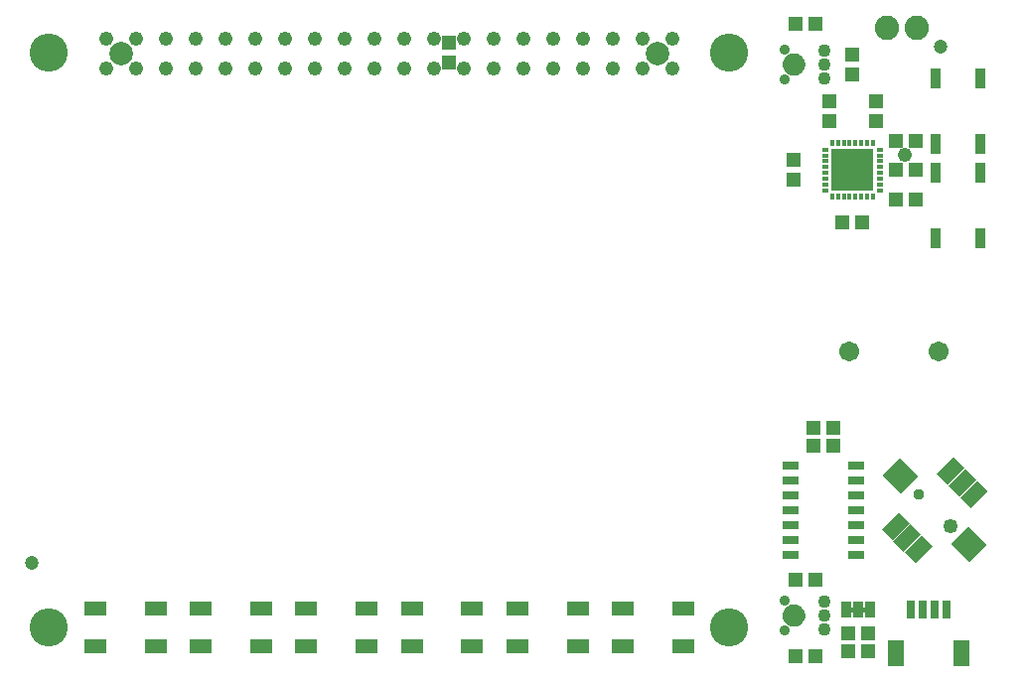
<source format=gts>
G75*
%MOIN*%
%OFA0B0*%
%FSLAX25Y25*%
%IPPOS*%
%LPD*%
%AMOC8*
5,1,8,0,0,1.08239X$1,22.5*
%
%ADD10C,0.04816*%
%ADD11C,0.07887*%
%ADD12R,0.03800X0.06800*%
%ADD13C,0.01969*%
%ADD14C,0.03556*%
%ADD15C,0.04343*%
%ADD16R,0.08083X0.05131*%
%ADD17R,0.08280X0.08674*%
%ADD18C,0.03753*%
%ADD19C,0.04934*%
%ADD20C,0.12800*%
%ADD21R,0.05524X0.08674*%
%ADD22R,0.03162X0.06115*%
%ADD23R,0.01784X0.02375*%
%ADD24R,0.02375X0.01784*%
%ADD25R,0.14383X0.14383*%
%ADD26R,0.05131X0.04737*%
%ADD27R,0.04737X0.05131*%
%ADD28R,0.05524X0.03162*%
%ADD29R,0.03300X0.05800*%
%ADD30C,0.00500*%
%ADD31R,0.07300X0.04737*%
%ADD32C,0.06706*%
%ADD33C,0.04737*%
%ADD34C,0.08200*%
%ADD35C,0.04800*%
D10*
X0071885Y0249803D03*
X0081885Y0249803D03*
X0091885Y0249803D03*
X0101885Y0249803D03*
X0111885Y0249803D03*
X0121885Y0249803D03*
X0131885Y0249803D03*
X0141885Y0249803D03*
X0151885Y0249803D03*
X0161885Y0249803D03*
X0171885Y0249803D03*
X0181885Y0249803D03*
X0191885Y0249803D03*
X0201885Y0249803D03*
X0211885Y0249803D03*
X0221885Y0249803D03*
X0231885Y0249803D03*
X0241885Y0249803D03*
X0251885Y0249803D03*
X0261885Y0249803D03*
X0261885Y0259803D03*
X0251885Y0259803D03*
X0241885Y0259803D03*
X0231885Y0259803D03*
X0221885Y0259803D03*
X0211885Y0259803D03*
X0201885Y0259803D03*
X0191885Y0259803D03*
X0181885Y0259803D03*
X0171885Y0259803D03*
X0161885Y0259803D03*
X0151885Y0259803D03*
X0141885Y0259803D03*
X0131885Y0259803D03*
X0121885Y0259803D03*
X0111885Y0259803D03*
X0101885Y0259803D03*
X0091885Y0259803D03*
X0081885Y0259803D03*
X0071885Y0259803D03*
D11*
X0076885Y0254803D03*
X0256885Y0254803D03*
D12*
X0350330Y0246315D03*
X0365330Y0246315D03*
X0365330Y0224315D03*
X0365330Y0214819D03*
X0350330Y0214819D03*
X0350330Y0224315D03*
X0350330Y0192819D03*
X0365330Y0192819D03*
D13*
X0299956Y0251063D02*
X0299958Y0251168D01*
X0299964Y0251273D01*
X0299974Y0251377D01*
X0299988Y0251481D01*
X0300006Y0251585D01*
X0300028Y0251687D01*
X0300053Y0251789D01*
X0300083Y0251890D01*
X0300116Y0251989D01*
X0300153Y0252087D01*
X0300194Y0252184D01*
X0300239Y0252279D01*
X0300287Y0252372D01*
X0300338Y0252464D01*
X0300394Y0252553D01*
X0300452Y0252640D01*
X0300514Y0252725D01*
X0300578Y0252808D01*
X0300646Y0252888D01*
X0300717Y0252965D01*
X0300791Y0253039D01*
X0300868Y0253111D01*
X0300947Y0253180D01*
X0301029Y0253245D01*
X0301113Y0253308D01*
X0301200Y0253367D01*
X0301289Y0253423D01*
X0301380Y0253476D01*
X0301473Y0253525D01*
X0301567Y0253570D01*
X0301663Y0253612D01*
X0301761Y0253650D01*
X0301860Y0253684D01*
X0301961Y0253715D01*
X0302062Y0253741D01*
X0302165Y0253764D01*
X0302268Y0253783D01*
X0302372Y0253798D01*
X0302476Y0253809D01*
X0302581Y0253816D01*
X0302686Y0253819D01*
X0302791Y0253818D01*
X0302896Y0253813D01*
X0303000Y0253804D01*
X0303104Y0253791D01*
X0303208Y0253774D01*
X0303311Y0253753D01*
X0303413Y0253728D01*
X0303514Y0253700D01*
X0303613Y0253667D01*
X0303712Y0253631D01*
X0303809Y0253591D01*
X0303904Y0253548D01*
X0303998Y0253500D01*
X0304090Y0253450D01*
X0304180Y0253396D01*
X0304268Y0253338D01*
X0304353Y0253277D01*
X0304436Y0253213D01*
X0304517Y0253146D01*
X0304595Y0253076D01*
X0304670Y0253002D01*
X0304742Y0252927D01*
X0304812Y0252848D01*
X0304878Y0252767D01*
X0304942Y0252683D01*
X0305002Y0252597D01*
X0305058Y0252509D01*
X0305112Y0252418D01*
X0305162Y0252326D01*
X0305208Y0252232D01*
X0305251Y0252136D01*
X0305290Y0252038D01*
X0305325Y0251940D01*
X0305356Y0251839D01*
X0305384Y0251738D01*
X0305408Y0251636D01*
X0305428Y0251533D01*
X0305444Y0251429D01*
X0305456Y0251325D01*
X0305464Y0251220D01*
X0305468Y0251115D01*
X0305468Y0251011D01*
X0305464Y0250906D01*
X0305456Y0250801D01*
X0305444Y0250697D01*
X0305428Y0250593D01*
X0305408Y0250490D01*
X0305384Y0250388D01*
X0305356Y0250287D01*
X0305325Y0250186D01*
X0305290Y0250088D01*
X0305251Y0249990D01*
X0305208Y0249894D01*
X0305162Y0249800D01*
X0305112Y0249708D01*
X0305058Y0249617D01*
X0305002Y0249529D01*
X0304942Y0249443D01*
X0304878Y0249359D01*
X0304812Y0249278D01*
X0304742Y0249199D01*
X0304670Y0249124D01*
X0304595Y0249050D01*
X0304517Y0248980D01*
X0304436Y0248913D01*
X0304353Y0248849D01*
X0304268Y0248788D01*
X0304180Y0248730D01*
X0304090Y0248676D01*
X0303998Y0248626D01*
X0303904Y0248578D01*
X0303809Y0248535D01*
X0303712Y0248495D01*
X0303613Y0248459D01*
X0303514Y0248426D01*
X0303413Y0248398D01*
X0303311Y0248373D01*
X0303208Y0248352D01*
X0303104Y0248335D01*
X0303000Y0248322D01*
X0302896Y0248313D01*
X0302791Y0248308D01*
X0302686Y0248307D01*
X0302581Y0248310D01*
X0302476Y0248317D01*
X0302372Y0248328D01*
X0302268Y0248343D01*
X0302165Y0248362D01*
X0302062Y0248385D01*
X0301961Y0248411D01*
X0301860Y0248442D01*
X0301761Y0248476D01*
X0301663Y0248514D01*
X0301567Y0248556D01*
X0301473Y0248601D01*
X0301380Y0248650D01*
X0301289Y0248703D01*
X0301200Y0248759D01*
X0301113Y0248818D01*
X0301029Y0248881D01*
X0300947Y0248946D01*
X0300868Y0249015D01*
X0300791Y0249087D01*
X0300717Y0249161D01*
X0300646Y0249238D01*
X0300578Y0249318D01*
X0300514Y0249401D01*
X0300452Y0249486D01*
X0300394Y0249573D01*
X0300338Y0249662D01*
X0300287Y0249754D01*
X0300239Y0249847D01*
X0300194Y0249942D01*
X0300153Y0250039D01*
X0300116Y0250137D01*
X0300083Y0250236D01*
X0300053Y0250337D01*
X0300028Y0250439D01*
X0300006Y0250541D01*
X0299988Y0250645D01*
X0299974Y0250749D01*
X0299964Y0250853D01*
X0299958Y0250958D01*
X0299956Y0251063D01*
X0299956Y0066024D02*
X0299958Y0066129D01*
X0299964Y0066234D01*
X0299974Y0066338D01*
X0299988Y0066442D01*
X0300006Y0066546D01*
X0300028Y0066648D01*
X0300053Y0066750D01*
X0300083Y0066851D01*
X0300116Y0066950D01*
X0300153Y0067048D01*
X0300194Y0067145D01*
X0300239Y0067240D01*
X0300287Y0067333D01*
X0300338Y0067425D01*
X0300394Y0067514D01*
X0300452Y0067601D01*
X0300514Y0067686D01*
X0300578Y0067769D01*
X0300646Y0067849D01*
X0300717Y0067926D01*
X0300791Y0068000D01*
X0300868Y0068072D01*
X0300947Y0068141D01*
X0301029Y0068206D01*
X0301113Y0068269D01*
X0301200Y0068328D01*
X0301289Y0068384D01*
X0301380Y0068437D01*
X0301473Y0068486D01*
X0301567Y0068531D01*
X0301663Y0068573D01*
X0301761Y0068611D01*
X0301860Y0068645D01*
X0301961Y0068676D01*
X0302062Y0068702D01*
X0302165Y0068725D01*
X0302268Y0068744D01*
X0302372Y0068759D01*
X0302476Y0068770D01*
X0302581Y0068777D01*
X0302686Y0068780D01*
X0302791Y0068779D01*
X0302896Y0068774D01*
X0303000Y0068765D01*
X0303104Y0068752D01*
X0303208Y0068735D01*
X0303311Y0068714D01*
X0303413Y0068689D01*
X0303514Y0068661D01*
X0303613Y0068628D01*
X0303712Y0068592D01*
X0303809Y0068552D01*
X0303904Y0068509D01*
X0303998Y0068461D01*
X0304090Y0068411D01*
X0304180Y0068357D01*
X0304268Y0068299D01*
X0304353Y0068238D01*
X0304436Y0068174D01*
X0304517Y0068107D01*
X0304595Y0068037D01*
X0304670Y0067963D01*
X0304742Y0067888D01*
X0304812Y0067809D01*
X0304878Y0067728D01*
X0304942Y0067644D01*
X0305002Y0067558D01*
X0305058Y0067470D01*
X0305112Y0067379D01*
X0305162Y0067287D01*
X0305208Y0067193D01*
X0305251Y0067097D01*
X0305290Y0066999D01*
X0305325Y0066901D01*
X0305356Y0066800D01*
X0305384Y0066699D01*
X0305408Y0066597D01*
X0305428Y0066494D01*
X0305444Y0066390D01*
X0305456Y0066286D01*
X0305464Y0066181D01*
X0305468Y0066076D01*
X0305468Y0065972D01*
X0305464Y0065867D01*
X0305456Y0065762D01*
X0305444Y0065658D01*
X0305428Y0065554D01*
X0305408Y0065451D01*
X0305384Y0065349D01*
X0305356Y0065248D01*
X0305325Y0065147D01*
X0305290Y0065049D01*
X0305251Y0064951D01*
X0305208Y0064855D01*
X0305162Y0064761D01*
X0305112Y0064669D01*
X0305058Y0064578D01*
X0305002Y0064490D01*
X0304942Y0064404D01*
X0304878Y0064320D01*
X0304812Y0064239D01*
X0304742Y0064160D01*
X0304670Y0064085D01*
X0304595Y0064011D01*
X0304517Y0063941D01*
X0304436Y0063874D01*
X0304353Y0063810D01*
X0304268Y0063749D01*
X0304180Y0063691D01*
X0304090Y0063637D01*
X0303998Y0063587D01*
X0303904Y0063539D01*
X0303809Y0063496D01*
X0303712Y0063456D01*
X0303613Y0063420D01*
X0303514Y0063387D01*
X0303413Y0063359D01*
X0303311Y0063334D01*
X0303208Y0063313D01*
X0303104Y0063296D01*
X0303000Y0063283D01*
X0302896Y0063274D01*
X0302791Y0063269D01*
X0302686Y0063268D01*
X0302581Y0063271D01*
X0302476Y0063278D01*
X0302372Y0063289D01*
X0302268Y0063304D01*
X0302165Y0063323D01*
X0302062Y0063346D01*
X0301961Y0063372D01*
X0301860Y0063403D01*
X0301761Y0063437D01*
X0301663Y0063475D01*
X0301567Y0063517D01*
X0301473Y0063562D01*
X0301380Y0063611D01*
X0301289Y0063664D01*
X0301200Y0063720D01*
X0301113Y0063779D01*
X0301029Y0063842D01*
X0300947Y0063907D01*
X0300868Y0063976D01*
X0300791Y0064048D01*
X0300717Y0064122D01*
X0300646Y0064199D01*
X0300578Y0064279D01*
X0300514Y0064362D01*
X0300452Y0064447D01*
X0300394Y0064534D01*
X0300338Y0064623D01*
X0300287Y0064715D01*
X0300239Y0064808D01*
X0300194Y0064903D01*
X0300153Y0065000D01*
X0300116Y0065098D01*
X0300083Y0065197D01*
X0300053Y0065298D01*
X0300028Y0065400D01*
X0300006Y0065502D01*
X0299988Y0065606D01*
X0299974Y0065710D01*
X0299964Y0065814D01*
X0299958Y0065919D01*
X0299956Y0066024D01*
D14*
X0299562Y0060906D03*
X0299562Y0071142D03*
X0299562Y0245945D03*
X0299562Y0256181D03*
D15*
X0302712Y0251063D03*
X0313027Y0251063D03*
X0313027Y0255787D03*
X0313027Y0246339D03*
X0313027Y0070748D03*
X0313027Y0066024D03*
X0313027Y0061299D03*
X0302712Y0066024D03*
D16*
G36*
X0341473Y0097141D02*
X0335759Y0091427D01*
X0332131Y0095055D01*
X0337845Y0100769D01*
X0341473Y0097141D01*
G37*
G36*
X0345371Y0093243D02*
X0339657Y0087529D01*
X0336029Y0091157D01*
X0341743Y0096871D01*
X0345371Y0093243D01*
G37*
G36*
X0349268Y0089346D02*
X0343554Y0083632D01*
X0339926Y0087260D01*
X0345640Y0092974D01*
X0349268Y0089346D01*
G37*
G36*
X0367781Y0107859D02*
X0362067Y0102145D01*
X0358439Y0105773D01*
X0364153Y0111487D01*
X0367781Y0107859D01*
G37*
G36*
X0363883Y0111756D02*
X0358169Y0106042D01*
X0354541Y0109670D01*
X0360255Y0115384D01*
X0363883Y0111756D01*
G37*
G36*
X0359986Y0115654D02*
X0354272Y0109940D01*
X0350644Y0113568D01*
X0356358Y0119282D01*
X0359986Y0115654D01*
G37*
D17*
G36*
X0344453Y0112815D02*
X0338598Y0106960D01*
X0332465Y0113093D01*
X0338320Y0118948D01*
X0344453Y0112815D01*
G37*
G36*
X0367447Y0089820D02*
X0361592Y0083965D01*
X0355459Y0090098D01*
X0361314Y0095953D01*
X0367447Y0089820D01*
G37*
D18*
X0344667Y0106746D03*
D19*
X0355245Y0096167D03*
D20*
X0281058Y0062087D03*
X0052712Y0062087D03*
X0052712Y0255000D03*
X0281058Y0255000D03*
D21*
X0336964Y0053524D03*
X0359011Y0053524D03*
D22*
X0353893Y0067992D03*
X0349956Y0067992D03*
X0346019Y0067992D03*
X0342082Y0067992D03*
D23*
X0329287Y0206575D03*
X0327318Y0206575D03*
X0325350Y0206575D03*
X0323381Y0206575D03*
X0321413Y0206575D03*
X0319444Y0206575D03*
X0317476Y0206575D03*
X0315507Y0206575D03*
X0315507Y0224685D03*
X0317476Y0224685D03*
X0319444Y0224685D03*
X0321413Y0224685D03*
X0323381Y0224685D03*
X0325350Y0224685D03*
X0327318Y0224685D03*
X0329287Y0224685D03*
D24*
X0331452Y0222520D03*
X0331452Y0220551D03*
X0331452Y0218583D03*
X0331452Y0216614D03*
X0331452Y0214646D03*
X0331452Y0212677D03*
X0331452Y0210709D03*
X0331452Y0208740D03*
X0313342Y0208740D03*
X0313342Y0210709D03*
X0313342Y0212677D03*
X0313342Y0214646D03*
X0313342Y0216614D03*
X0313342Y0218583D03*
X0313342Y0220551D03*
X0313342Y0222520D03*
D25*
X0322397Y0215630D03*
D26*
X0336767Y0215630D03*
X0343460Y0215630D03*
X0343460Y0225472D03*
X0336767Y0225472D03*
X0336767Y0205787D03*
X0343460Y0205787D03*
X0325743Y0197913D03*
X0319050Y0197913D03*
X0309995Y0264843D03*
X0303302Y0264843D03*
X0309208Y0129016D03*
X0309208Y0123110D03*
X0315901Y0123110D03*
X0315901Y0129016D03*
X0309798Y0078031D03*
X0303106Y0078031D03*
X0321019Y0060118D03*
X0327712Y0060118D03*
X0327712Y0054016D03*
X0321019Y0054016D03*
X0309995Y0052244D03*
X0303302Y0052244D03*
D27*
X0302712Y0212283D03*
X0302712Y0218976D03*
X0314523Y0231969D03*
X0314523Y0238661D03*
X0322397Y0247717D03*
X0322397Y0254409D03*
X0330271Y0238661D03*
X0330271Y0231969D03*
X0186767Y0251654D03*
X0186767Y0258346D03*
D28*
X0301531Y0116457D03*
X0301531Y0111457D03*
X0301531Y0106457D03*
X0301531Y0101457D03*
X0301531Y0096457D03*
X0301531Y0091457D03*
X0301531Y0086457D03*
X0323578Y0086457D03*
X0323578Y0091457D03*
X0323578Y0096457D03*
X0323578Y0101457D03*
X0323578Y0106457D03*
X0323578Y0111457D03*
X0323578Y0116457D03*
D29*
X0324365Y0067992D03*
X0320365Y0067992D03*
X0328365Y0067992D03*
D30*
X0327115Y0067749D02*
X0325615Y0067749D01*
X0325615Y0067492D02*
X0325615Y0068492D01*
X0327115Y0068492D01*
X0327115Y0067492D01*
X0325615Y0067492D01*
X0325615Y0068248D02*
X0327115Y0068248D01*
X0323115Y0068248D02*
X0321615Y0068248D01*
X0321615Y0068492D02*
X0323115Y0068492D01*
X0323115Y0067492D01*
X0321615Y0067492D01*
X0321615Y0068492D01*
X0321615Y0067749D02*
X0323115Y0067749D01*
D31*
X0068157Y0055787D03*
X0068157Y0068386D03*
X0088448Y0068386D03*
X0088448Y0055787D03*
X0103590Y0055787D03*
X0103590Y0068386D03*
X0123881Y0068386D03*
X0123881Y0055787D03*
X0139023Y0055787D03*
X0139023Y0068386D03*
X0159314Y0068386D03*
X0159314Y0055787D03*
X0174456Y0055787D03*
X0174456Y0068386D03*
X0194747Y0068386D03*
X0194747Y0055787D03*
X0209889Y0055787D03*
X0209889Y0068386D03*
X0230180Y0068386D03*
X0230180Y0055787D03*
X0245322Y0055787D03*
X0245322Y0068386D03*
X0265613Y0068386D03*
X0265613Y0055787D03*
D32*
X0321216Y0154606D03*
X0351137Y0154606D03*
D33*
X0351767Y0256969D03*
X0046806Y0083740D03*
D34*
X0333932Y0263307D03*
X0343932Y0263307D03*
D35*
X0339932Y0220807D03*
M02*

</source>
